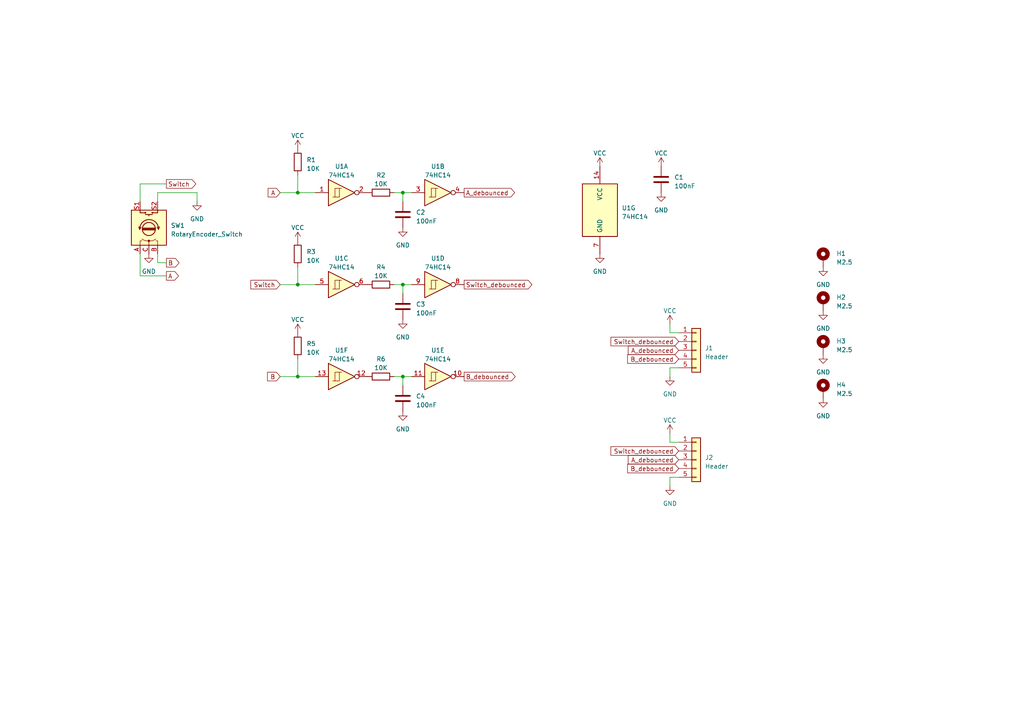
<source format=kicad_sch>
(kicad_sch (version 20210406) (generator eeschema)
  (paper "A4")
  (lib_symbols
    (symbol "74xx:74HC14" (pin_names (offset 1.016))
      (property "Reference" "U" (at 0 1.27 0))
      (property "Value" "74HC14" (at 0 -1.27 0))
      (symbol "74HC14_1_0"
        (polyline (pts (xy -3.81 3.81) (xy -3.81 -3.81) (xy 3.81 0) (xy -3.81 3.81)) (stroke (width 0.254)) (fill (type background)))
        (pin input line (at -7.62 0 0) (length 3.81) (name "~") (number "1"))
        (pin output inverted (at 7.62 0 180) (length 3.81) (name "~") (number "2"))
      )
      (symbol "74HC14_1_1"
        (polyline (pts (xy -1.905 -1.27) (xy -1.905 1.27) (xy -0.635 1.27)))
        (polyline (pts (xy -2.54 -1.27) (xy -0.635 -1.27) (xy -0.635 1.27) (xy 0 1.27)))
      )
      (symbol "74HC14_2_0"
        (polyline (pts (xy -3.81 3.81) (xy -3.81 -3.81) (xy 3.81 0) (xy -3.81 3.81)) (stroke (width 0.254)) (fill (type background)))
        (pin input line (at -7.62 0 0) (length 3.81) (name "~") (number "3"))
        (pin output inverted (at 7.62 0 180) (length 3.81) (name "~") (number "4"))
      )
      (symbol "74HC14_2_1"
        (polyline (pts (xy -1.905 -1.27) (xy -1.905 1.27) (xy -0.635 1.27)))
        (polyline (pts (xy -2.54 -1.27) (xy -0.635 -1.27) (xy -0.635 1.27) (xy 0 1.27)))
      )
      (symbol "74HC14_3_0"
        (polyline (pts (xy -3.81 3.81) (xy -3.81 -3.81) (xy 3.81 0) (xy -3.81 3.81)) (stroke (width 0.254)) (fill (type background)))
        (pin input line (at -7.62 0 0) (length 3.81) (name "~") (number "5"))
        (pin output inverted (at 7.62 0 180) (length 3.81) (name "~") (number "6"))
      )
      (symbol "74HC14_3_1"
        (polyline (pts (xy -1.905 -1.27) (xy -1.905 1.27) (xy -0.635 1.27)))
        (polyline (pts (xy -2.54 -1.27) (xy -0.635 -1.27) (xy -0.635 1.27) (xy 0 1.27)))
      )
      (symbol "74HC14_4_0"
        (polyline (pts (xy -3.81 3.81) (xy -3.81 -3.81) (xy 3.81 0) (xy -3.81 3.81)) (stroke (width 0.254)) (fill (type background)))
        (pin output inverted (at 7.62 0 180) (length 3.81) (name "~") (number "8"))
        (pin input line (at -7.62 0 0) (length 3.81) (name "~") (number "9"))
      )
      (symbol "74HC14_4_1"
        (polyline (pts (xy -1.905 -1.27) (xy -1.905 1.27) (xy -0.635 1.27)))
        (polyline (pts (xy -2.54 -1.27) (xy -0.635 -1.27) (xy -0.635 1.27) (xy 0 1.27)))
      )
      (symbol "74HC14_5_0"
        (polyline (pts (xy -3.81 3.81) (xy -3.81 -3.81) (xy 3.81 0) (xy -3.81 3.81)) (stroke (width 0.254)) (fill (type background)))
        (pin output inverted (at 7.62 0 180) (length 3.81) (name "~") (number "10"))
        (pin input line (at -7.62 0 0) (length 3.81) (name "~") (number "11"))
      )
      (symbol "74HC14_5_1"
        (polyline (pts (xy -1.905 -1.27) (xy -1.905 1.27) (xy -0.635 1.27)))
        (polyline (pts (xy -2.54 -1.27) (xy -0.635 -1.27) (xy -0.635 1.27) (xy 0 1.27)))
      )
      (symbol "74HC14_6_0"
        (polyline (pts (xy -3.81 3.81) (xy -3.81 -3.81) (xy 3.81 0) (xy -3.81 3.81)) (stroke (width 0.254)) (fill (type background)))
        (pin output inverted (at 7.62 0 180) (length 3.81) (name "~") (number "12"))
        (pin input line (at -7.62 0 0) (length 3.81) (name "~") (number "13"))
      )
      (symbol "74HC14_6_1"
        (polyline (pts (xy -1.905 -1.27) (xy -1.905 1.27) (xy -0.635 1.27)))
        (polyline (pts (xy -2.54 -1.27) (xy -0.635 -1.27) (xy -0.635 1.27) (xy 0 1.27)))
      )
      (symbol "74HC14_7_0"
        (pin power_in line (at 0 12.7 270) (length 5.08) (name "VCC") (number "14"))
        (pin power_in line (at 0 -12.7 90) (length 5.08) (name "GND") (number "7"))
      )
      (symbol "74HC14_7_1"
        (rectangle (start -5.08 7.62) (end 5.08 -7.62) (stroke (width 0.254)) (fill (type background)))
      )
    )
    (symbol "Connector_Generic:Conn_01x05" (pin_names (offset 1.016) hide)
      (property "Reference" "J" (at 0 7.62 0))
      (property "Value" "Conn_01x05" (at 0 -7.62 0))
      (symbol "Conn_01x05_1_1"
        (rectangle (start -1.27 -4.953) (end 0 -5.207) (stroke (width 0.1524)))
        (rectangle (start -1.27 -2.413) (end 0 -2.667) (stroke (width 0.1524)))
        (rectangle (start -1.27 0.127) (end 0 -0.127) (stroke (width 0.1524)))
        (rectangle (start -1.27 2.667) (end 0 2.413) (stroke (width 0.1524)))
        (rectangle (start -1.27 5.207) (end 0 4.953) (stroke (width 0.1524)))
        (rectangle (start -1.27 6.35) (end 1.27 -6.35) (stroke (width 0.254)) (fill (type background)))
        (pin passive line (at -5.08 5.08 0) (length 3.81) (name "Pin_1") (number "1"))
        (pin passive line (at -5.08 2.54 0) (length 3.81) (name "Pin_2") (number "2"))
        (pin passive line (at -5.08 0 0) (length 3.81) (name "Pin_3") (number "3"))
        (pin passive line (at -5.08 -2.54 0) (length 3.81) (name "Pin_4") (number "4"))
        (pin passive line (at -5.08 -5.08 0) (length 3.81) (name "Pin_5") (number "5"))
      )
    )
    (symbol "Device:C" (pin_numbers hide) (pin_names (offset 0.254))
      (property "Reference" "C" (at 0.635 2.54 0))
      (property "Value" "C" (at 0.635 -2.54 0))
      (symbol "C_0_1"
        (polyline (pts (xy -2.032 -0.762) (xy 2.032 -0.762)) (stroke (width 0.508)))
        (polyline (pts (xy -2.032 0.762) (xy 2.032 0.762)) (stroke (width 0.508)))
      )
      (symbol "C_1_1"
        (pin passive line (at 0 3.81 270) (length 2.794) (name "~") (number "1"))
        (pin passive line (at 0 -3.81 90) (length 2.794) (name "~") (number "2"))
      )
    )
    (symbol "Device:R" (pin_numbers hide) (pin_names (offset 0))
      (property "Reference" "R" (at 2.032 0 90))
      (property "Value" "R" (at 0 0 90))
      (symbol "R_0_1"
        (rectangle (start -1.016 -2.54) (end 1.016 2.54) (stroke (width 0.254)))
      )
      (symbol "R_1_1"
        (pin passive line (at 0 3.81 270) (length 1.27) (name "~") (number "1"))
        (pin passive line (at 0 -3.81 90) (length 1.27) (name "~") (number "2"))
      )
    )
    (symbol "Device:RotaryEncoder_Switch" (pin_names (offset 0.254) hide)
      (property "Reference" "SW" (at 0 6.604 0))
      (property "Value" "RotaryEncoder_Switch" (at 0 -6.604 0))
      (symbol "RotaryEncoder_Switch_0_1"
        (arc (start -0.381 -2.794) (end -0.381 2.667) (radius (at -0.381 -0.0508) (length 2.7432) (angles -89.9 89.9)) (stroke (width 0.254)))
        (circle (center -0.381 0) (radius 1.905) (stroke (width 0.254)))
        (circle (center 4.318 -1.016) (radius 0.127) (stroke (width 0.254)))
        (circle (center 4.318 1.016) (radius 0.127) (stroke (width 0.254)))
        (circle (center -3.81 0) (radius 0.254) (fill (type outline)))
        (rectangle (start -5.08 5.08) (end 5.08 -5.08) (stroke (width 0.254)) (fill (type background)))
        (polyline (pts (xy -0.635 -1.778) (xy -0.635 1.778)) (stroke (width 0.254)))
        (polyline (pts (xy -0.381 -1.778) (xy -0.381 1.778)) (stroke (width 0.254)))
        (polyline (pts (xy -0.127 1.778) (xy -0.127 -1.778)) (stroke (width 0.254)))
        (polyline (pts (xy 3.81 0) (xy 3.429 0)) (stroke (width 0.254)))
        (polyline (pts (xy 3.81 1.016) (xy 3.81 -1.016)) (stroke (width 0.254)))
        (polyline (pts (xy -5.08 -2.54) (xy -3.81 -2.54) (xy -3.81 -2.032)))
        (polyline (pts (xy -5.08 2.54) (xy -3.81 2.54) (xy -3.81 2.032)))
        (polyline (pts (xy 0.254 -3.048) (xy -0.508 -2.794) (xy 0.127 -2.413)) (stroke (width 0.254)))
        (polyline (pts (xy 0.254 2.921) (xy -0.508 2.667) (xy 0.127 2.286)) (stroke (width 0.254)))
        (polyline (pts (xy 5.08 -2.54) (xy 4.318 -2.54) (xy 4.318 -1.016)) (stroke (width 0.254)))
        (polyline (pts (xy 5.08 2.54) (xy 4.318 2.54) (xy 4.318 1.016)) (stroke (width 0.254)))
        (polyline (pts (xy -5.08 0) (xy -3.81 0) (xy -3.81 -1.016) (xy -3.302 -2.032)))
        (polyline (pts (xy -4.318 0) (xy -3.81 0) (xy -3.81 1.016) (xy -3.302 2.032)))
      )
      (symbol "RotaryEncoder_Switch_1_1"
        (pin passive line (at -7.62 2.54 0) (length 2.54) (name "A") (number "A"))
        (pin passive line (at -7.62 -2.54 0) (length 2.54) (name "B") (number "B"))
        (pin passive line (at -7.62 0 0) (length 2.54) (name "C") (number "C"))
        (pin passive line (at 7.62 2.54 180) (length 2.54) (name "S1") (number "S1"))
        (pin passive line (at 7.62 -2.54 180) (length 2.54) (name "S2") (number "S2"))
      )
    )
    (symbol "Mechanical:MountingHole_Pad" (pin_numbers hide) (pin_names (offset 1.016) hide)
      (property "Reference" "H" (at 0 6.35 0))
      (property "Value" "MountingHole_Pad" (at 0 4.445 0))
      (symbol "MountingHole_Pad_0_1"
        (circle (center 0 1.27) (radius 1.27) (stroke (width 1.27)))
      )
      (symbol "MountingHole_Pad_1_1"
        (pin input line (at 0 -2.54 90) (length 2.54) (name "1") (number "1"))
      )
    )
    (symbol "power:GND" (power) (pin_names (offset 0))
      (property "Value" "GND" (at 0 -3.81 0))
      (symbol "GND_0_1"
        (polyline (pts (xy 0 0) (xy 0 -1.27) (xy 1.27 -1.27) (xy 0 -2.54) (xy -1.27 -1.27) (xy 0 -1.27)))
      )
      (symbol "GND_1_1"
        (pin power_in line (at 0 0 270) (length 0) hide (name "GND") (number "1"))
      )
    )
    (symbol "power:VCC" (power) (pin_names (offset 0))
      (property "Value" "VCC" (at 0 3.81 0))
      (symbol "VCC_0_1"
        (polyline (pts (xy -0.762 1.27) (xy 0 2.54)))
        (polyline (pts (xy 0 0) (xy 0 2.54)))
        (polyline (pts (xy 0 2.54) (xy 0.762 1.27)))
      )
      (symbol "VCC_1_1"
        (pin power_in line (at 0 0 90) (length 0) hide (name "VCC") (number "1"))
      )
    )
  )
  (junction (at 86.36 55.88) (diameter 0.9144))
  (junction (at 86.36 82.55) (diameter 0.9144))
  (junction (at 86.36 109.22) (diameter 0.9144))
  (junction (at 116.84 55.88) (diameter 0.9144))
  (junction (at 116.84 82.55) (diameter 0.9144))
  (junction (at 116.84 109.22) (diameter 0.9144))
  (wire (pts (xy 40.64 53.34) (xy 40.64 58.42)))
  (wire (pts (xy 40.64 53.34) (xy 48.26 53.34)))
  (wire (pts (xy 40.64 73.66) (xy 40.64 80.01)))
  (wire (pts (xy 40.64 80.01) (xy 48.26 80.01)))
  (wire (pts (xy 45.72 55.88) (xy 57.15 55.88)))
  (wire (pts (xy 45.72 58.42) (xy 45.72 55.88)))
  (wire (pts (xy 45.72 73.66) (xy 45.72 76.2)))
  (wire (pts (xy 48.26 76.2) (xy 45.72 76.2)))
  (wire (pts (xy 57.15 58.42) (xy 57.15 55.88)))
  (wire (pts (xy 81.28 55.88) (xy 86.36 55.88)))
  (wire (pts (xy 81.28 82.55) (xy 86.36 82.55)))
  (wire (pts (xy 81.28 109.22) (xy 86.36 109.22)))
  (wire (pts (xy 86.36 50.8) (xy 86.36 55.88)))
  (wire (pts (xy 86.36 55.88) (xy 91.44 55.88)))
  (wire (pts (xy 86.36 77.47) (xy 86.36 82.55)))
  (wire (pts (xy 86.36 82.55) (xy 91.44 82.55)))
  (wire (pts (xy 86.36 104.14) (xy 86.36 109.22)))
  (wire (pts (xy 86.36 109.22) (xy 91.44 109.22)))
  (wire (pts (xy 114.3 55.88) (xy 116.84 55.88)))
  (wire (pts (xy 114.3 82.55) (xy 116.84 82.55)))
  (wire (pts (xy 114.3 109.22) (xy 116.84 109.22)))
  (wire (pts (xy 116.84 55.88) (xy 116.84 58.42)))
  (wire (pts (xy 116.84 55.88) (xy 119.38 55.88)))
  (wire (pts (xy 116.84 82.55) (xy 116.84 85.09)))
  (wire (pts (xy 116.84 82.55) (xy 119.38 82.55)))
  (wire (pts (xy 116.84 109.22) (xy 116.84 111.76)))
  (wire (pts (xy 116.84 109.22) (xy 119.38 109.22)))
  (wire (pts (xy 194.31 96.52) (xy 194.31 93.98)))
  (wire (pts (xy 194.31 106.68) (xy 194.31 109.22)))
  (wire (pts (xy 194.31 128.27) (xy 194.31 125.73)))
  (wire (pts (xy 194.31 138.43) (xy 194.31 140.97)))
  (wire (pts (xy 196.85 96.52) (xy 194.31 96.52)))
  (wire (pts (xy 196.85 106.68) (xy 194.31 106.68)))
  (wire (pts (xy 196.85 128.27) (xy 194.31 128.27)))
  (wire (pts (xy 196.85 138.43) (xy 194.31 138.43)))
  (global_label "Switch" (shape output) (at 48.26 53.34 0) (property "Intersheet References" "${INTERSHEET_REFS}" (effects hide)))
  (global_label "B" (shape output) (at 48.26 76.2 0) (property "Intersheet References" "${INTERSHEET_REFS}" (effects hide)))
  (global_label "A" (shape output) (at 48.26 80.01 0) (property "Intersheet References" "${INTERSHEET_REFS}" (effects hide)))
  (global_label "A" (shape input) (at 81.28 55.88 180) (property "Intersheet References" "${INTERSHEET_REFS}" (effects hide)))
  (global_label "Switch" (shape input) (at 81.28 82.55 180) (property "Intersheet References" "${INTERSHEET_REFS}" (effects hide)))
  (global_label "B" (shape input) (at 81.28 109.22 180) (property "Intersheet References" "${INTERSHEET_REFS}" (effects hide)))
  (global_label "A_debounced" (shape output) (at 134.62 55.88 0) (property "Intersheet References" "${INTERSHEET_REFS}" (effects hide)))
  (global_label "Switch_debounced" (shape output) (at 134.62 82.55 0) (property "Intersheet References" "${INTERSHEET_REFS}" (effects hide)))
  (global_label "B_debounced" (shape output) (at 134.62 109.22 0) (property "Intersheet References" "${INTERSHEET_REFS}" (effects hide)))
  (global_label "Switch_debounced" (shape input) (at 196.85 99.06 180) (property "Intersheet References" "${INTERSHEET_REFS}" (effects hide)))
  (global_label "A_debounced" (shape input) (at 196.85 101.6 180) (property "Intersheet References" "${INTERSHEET_REFS}" (effects hide)))
  (global_label "B_debounced" (shape input) (at 196.85 104.14 180) (property "Intersheet References" "${INTERSHEET_REFS}" (effects hide)))
  (global_label "Switch_debounced" (shape input) (at 196.85 130.81 180) (property "Intersheet References" "${INTERSHEET_REFS}" (effects hide)))
  (global_label "A_debounced" (shape input) (at 196.85 133.35 180) (property "Intersheet References" "${INTERSHEET_REFS}" (effects hide)))
  (global_label "B_debounced" (shape input) (at 196.85 135.89 180) (property "Intersheet References" "${INTERSHEET_REFS}" (effects hide)))
  (symbol (lib_id "power:VCC") (at 86.36 43.18 0) (unit 1)
    (property "Reference" "#PWR01" (effects hide))
    (property "Value" "VCC" (at 86.36 39.37 0))
  )
  (symbol (lib_id "power:VCC") (at 86.36 69.85 0) (unit 1)
    (property "Reference" "#PWR07" (effects hide))
    (property "Value" "VCC" (at 86.36 66.04 0))
  )
  (symbol (lib_id "power:VCC") (at 86.36 96.52 0) (unit 1)
    (property "Reference" "#PWR014" (effects hide))
    (property "Value" "VCC" (at 86.36 92.71 0))
  )
  (symbol (lib_id "power:VCC") (at 173.99 48.26 0) (unit 1)
    (property "Reference" "#PWR02" (effects hide))
    (property "Value" "VCC" (at 173.99 44.45 0))
  )
  (symbol (lib_id "power:VCC") (at 191.77 48.26 0) (unit 1)
    (property "Reference" "#PWR03" (effects hide))
    (property "Value" "VCC" (at 191.77 44.45 0))
  )
  (symbol (lib_id "power:VCC") (at 194.31 93.98 0) (mirror y) (unit 1)
    (property "Reference" "#PWR013" (effects hide))
    (property "Value" "VCC" (at 194.31 90.17 0))
  )
  (symbol (lib_id "power:VCC") (at 194.31 125.73 0) (mirror y) (unit 1)
    (property "Reference" "#PWR019" (effects hide))
    (property "Value" "VCC" (at 194.31 121.92 0))
  )
  (symbol (lib_id "power:GND") (at 43.18 73.66 0) (unit 1)
    (property "Reference" "#PWR08" (effects hide))
    (property "Value" "GND" (at 43.18 78.74 0))
  )
  (symbol (lib_id "power:GND") (at 57.15 58.42 0) (unit 1)
    (property "Reference" "#PWR05" (effects hide))
    (property "Value" "GND" (at 57.15 63.5 0))
  )
  (symbol (lib_id "power:GND") (at 116.84 66.04 0) (unit 1)
    (property "Reference" "#PWR06" (effects hide))
    (property "Value" "GND" (at 116.84 71.12 0))
  )
  (symbol (lib_id "power:GND") (at 116.84 92.71 0) (unit 1)
    (property "Reference" "#PWR012" (effects hide))
    (property "Value" "GND" (at 116.84 97.79 0))
  )
  (symbol (lib_id "power:GND") (at 116.84 119.38 0) (unit 1)
    (property "Reference" "#PWR018" (effects hide))
    (property "Value" "GND" (at 116.84 124.46 0))
  )
  (symbol (lib_id "power:GND") (at 173.99 73.66 0) (unit 1)
    (property "Reference" "#PWR09" (effects hide))
    (property "Value" "GND" (at 173.99 78.74 0))
  )
  (symbol (lib_id "power:GND") (at 191.77 55.88 0) (unit 1)
    (property "Reference" "#PWR04" (effects hide))
    (property "Value" "GND" (at 191.77 60.96 0))
  )
  (symbol (lib_id "power:GND") (at 194.31 109.22 0) (mirror y) (unit 1)
    (property "Reference" "#PWR016" (effects hide))
    (property "Value" "GND" (at 194.31 114.3 0))
  )
  (symbol (lib_id "power:GND") (at 194.31 140.97 0) (mirror y) (unit 1)
    (property "Reference" "#PWR020" (effects hide))
    (property "Value" "GND" (at 194.31 146.05 0))
  )
  (symbol (lib_id "power:GND") (at 238.76 77.47 0) (mirror y) (unit 1)
    (property "Reference" "#PWR010" (effects hide))
    (property "Value" "GND" (at 238.76 82.55 0))
  )
  (symbol (lib_id "power:GND") (at 238.76 90.17 0) (mirror y) (unit 1)
    (property "Reference" "#PWR011" (effects hide))
    (property "Value" "GND" (at 238.76 95.25 0))
  )
  (symbol (lib_id "power:GND") (at 238.76 102.87 0) (mirror y) (unit 1)
    (property "Reference" "#PWR015" (effects hide))
    (property "Value" "GND" (at 238.76 107.95 0))
  )
  (symbol (lib_id "power:GND") (at 238.76 115.57 0) (mirror y) (unit 1)
    (property "Reference" "#PWR017" (effects hide))
    (property "Value" "GND" (at 238.76 120.65 0))
  )
  (symbol (lib_id "Device:R") (at 86.36 46.99 0) (unit 1)
    (property "Reference" "R1" (at 88.9 46.3549 0) (effects (justify left)))
    (property "Value" "10K" (at 88.9 48.8949 0) (effects (justify left)))
    (property "Footprint" "Resistor_SMD:R_0603_1608Metric_Pad0.98x0.95mm_HandSolder" (effects hide))
  )
  (symbol (lib_id "Device:R") (at 86.36 73.66 0) (unit 1)
    (property "Reference" "R3" (at 88.9 73.0249 0) (effects (justify left)))
    (property "Value" "10K" (at 88.9 75.5649 0) (effects (justify left)))
    (property "Footprint" "Resistor_SMD:R_0603_1608Metric_Pad0.98x0.95mm_HandSolder" (effects hide))
  )
  (symbol (lib_id "Device:R") (at 86.36 100.33 0) (unit 1)
    (property "Reference" "R5" (at 88.9 99.6949 0) (effects (justify left)))
    (property "Value" "10K" (at 88.9 102.2349 0) (effects (justify left)))
    (property "Footprint" "Resistor_SMD:R_0603_1608Metric_Pad0.98x0.95mm_HandSolder" (effects hide))
  )
  (symbol (lib_id "Device:R") (at 110.49 55.88 90) (unit 1)
    (property "Reference" "R2" (at 110.49 50.8 90))
    (property "Value" "10K" (at 110.49 53.34 90))
    (property "Footprint" "Resistor_SMD:R_0603_1608Metric_Pad0.98x0.95mm_HandSolder" (effects hide))
  )
  (symbol (lib_id "Device:R") (at 110.49 82.55 90) (unit 1)
    (property "Reference" "R4" (at 110.49 77.47 90))
    (property "Value" "10K" (at 110.49 80.01 90))
    (property "Footprint" "Resistor_SMD:R_0603_1608Metric_Pad0.98x0.95mm_HandSolder" (effects hide))
  )
  (symbol (lib_id "Device:R") (at 110.49 109.22 90) (unit 1)
    (property "Reference" "R6" (at 110.49 104.14 90))
    (property "Value" "10K" (at 110.49 106.68 90))
    (property "Footprint" "Resistor_SMD:R_0603_1608Metric_Pad0.98x0.95mm_HandSolder" (effects hide))
  )
  (symbol (lib_id "Mechanical:MountingHole_Pad") (at 238.76 74.93 0) (unit 1)
    (property "Reference" "H1" (at 242.57 73.5329 0) (effects (justify left)))
    (property "Value" "M2.5" (at 242.57 76.0729 0) (effects (justify left)))
    (property "Footprint" "MountingHole:MountingHole_2.7mm_M2.5_ISO7380_Pad_TopBottom" (effects hide))
  )
  (symbol (lib_id "Mechanical:MountingHole_Pad") (at 238.76 87.63 0) (unit 1)
    (property "Reference" "H2" (at 242.57 86.2329 0) (effects (justify left)))
    (property "Value" "M2.5" (at 242.57 88.7729 0) (effects (justify left)))
    (property "Footprint" "MountingHole:MountingHole_2.7mm_M2.5_ISO7380_Pad_TopBottom" (effects hide))
  )
  (symbol (lib_id "Mechanical:MountingHole_Pad") (at 238.76 100.33 0) (unit 1)
    (property "Reference" "H3" (at 242.57 98.9329 0) (effects (justify left)))
    (property "Value" "M2.5" (at 242.57 101.4729 0) (effects (justify left)))
    (property "Footprint" "MountingHole:MountingHole_2.7mm_M2.5_ISO7380_Pad_TopBottom" (effects hide))
  )
  (symbol (lib_id "Mechanical:MountingHole_Pad") (at 238.76 113.03 0) (unit 1)
    (property "Reference" "H4" (at 242.57 111.6329 0) (effects (justify left)))
    (property "Value" "M2.5" (at 242.57 114.1729 0) (effects (justify left)))
    (property "Footprint" "MountingHole:MountingHole_2.7mm_M2.5_ISO7380_Pad_TopBottom" (effects hide))
  )
  (symbol (lib_id "Device:C") (at 116.84 62.23 0) (unit 1)
    (property "Reference" "C2" (at 120.65 61.5949 0) (effects (justify left)))
    (property "Value" "100nF" (at 120.65 64.1349 0) (effects (justify left)))
    (property "Footprint" "Capacitor_SMD:C_0603_1608Metric_Pad1.08x0.95mm_HandSolder" (effects hide))
  )
  (symbol (lib_id "Device:C") (at 116.84 88.9 0) (unit 1)
    (property "Reference" "C3" (at 120.65 88.2649 0) (effects (justify left)))
    (property "Value" "100nF" (at 120.65 90.8049 0) (effects (justify left)))
    (property "Footprint" "Capacitor_SMD:C_0603_1608Metric_Pad1.08x0.95mm_HandSolder" (effects hide))
  )
  (symbol (lib_id "Device:C") (at 116.84 115.57 0) (unit 1)
    (property "Reference" "C4" (at 120.65 114.9349 0) (effects (justify left)))
    (property "Value" "100nF" (at 120.65 117.4749 0) (effects (justify left)))
    (property "Footprint" "Capacitor_SMD:C_0603_1608Metric_Pad1.08x0.95mm_HandSolder" (effects hide))
  )
  (symbol (lib_id "Device:C") (at 191.77 52.07 0) (unit 1)
    (property "Reference" "C1" (at 195.58 51.4349 0) (effects (justify left)))
    (property "Value" "100nF" (at 195.58 53.9749 0) (effects (justify left)))
    (property "Footprint" "Capacitor_SMD:C_0603_1608Metric_Pad1.08x0.95mm_HandSolder" (effects hide))
  )
  (symbol (lib_id "Connector_Generic:Conn_01x05") (at 201.93 101.6 0) (unit 1)
    (property "Reference" "J1" (at 204.47 100.9649 0) (effects (justify left)))
    (property "Value" "Header" (at 204.47 103.5049 0) (effects (justify left)))
    (property "Footprint" "Connector_PinHeader_2.54mm:PinHeader_1x05_P2.54mm_Vertical" (effects hide))
  )
  (symbol (lib_id "Connector_Generic:Conn_01x05") (at 201.93 133.35 0) (unit 1)
    (property "Reference" "J2" (at 204.47 132.7149 0) (effects (justify left)))
    (property "Value" "Header" (at 204.47 135.2549 0) (effects (justify left)))
    (property "Footprint" "Connector_PinHeader_2.54mm:PinHeader_1x05_P2.54mm_Vertical" (effects hide))
  )
  (symbol (lib_id "74xx:74HC14") (at 99.06 55.88 0) (unit 1)
    (property "Reference" "U1" (at 99.06 48.26 0))
    (property "Value" "74HC14" (at 99.06 50.8 0))
    (property "Footprint" "Package_SO:SOIC-14_3.9x8.7mm_P1.27mm" (effects hide))
    (property "Datasheet" "http://www.ti.com/lit/gpn/sn74HC14" (effects hide))
  )
  (symbol (lib_id "74xx:74HC14") (at 99.06 82.55 0) (unit 3)
    (property "Reference" "U1" (at 99.06 74.93 0))
    (property "Value" "74HC14" (at 99.06 77.47 0))
    (property "Footprint" "Package_SO:SOIC-14_3.9x8.7mm_P1.27mm" (effects hide))
    (property "Datasheet" "http://www.ti.com/lit/gpn/sn74HC14" (effects hide))
  )
  (symbol (lib_id "74xx:74HC14") (at 99.06 109.22 0) (unit 6)
    (property "Reference" "U1" (at 99.06 101.6 0))
    (property "Value" "74HC14" (at 99.06 104.14 0))
    (property "Footprint" "Package_SO:SOIC-14_3.9x8.7mm_P1.27mm" (effects hide))
    (property "Datasheet" "http://www.ti.com/lit/gpn/sn74HC14" (effects hide))
  )
  (symbol (lib_id "74xx:74HC14") (at 127 55.88 0) (unit 2)
    (property "Reference" "U1" (at 127 48.26 0))
    (property "Value" "74HC14" (at 127 50.8 0))
    (property "Footprint" "Package_SO:SOIC-14_3.9x8.7mm_P1.27mm" (effects hide))
    (property "Datasheet" "http://www.ti.com/lit/gpn/sn74HC14" (effects hide))
  )
  (symbol (lib_id "74xx:74HC14") (at 127 82.55 0) (unit 4)
    (property "Reference" "U1" (at 127 74.93 0))
    (property "Value" "74HC14" (at 127 77.47 0))
    (property "Footprint" "Package_SO:SOIC-14_3.9x8.7mm_P1.27mm" (effects hide))
    (property "Datasheet" "http://www.ti.com/lit/gpn/sn74HC14" (effects hide))
  )
  (symbol (lib_id "74xx:74HC14") (at 127 109.22 0) (unit 5)
    (property "Reference" "U1" (at 127 101.6 0))
    (property "Value" "74HC14" (at 127 104.14 0))
    (property "Footprint" "Package_SO:SOIC-14_3.9x8.7mm_P1.27mm" (effects hide))
    (property "Datasheet" "http://www.ti.com/lit/gpn/sn74HC14" (effects hide))
  )
  (symbol (lib_id "Device:RotaryEncoder_Switch") (at 43.18 66.04 90) (unit 1)
    (property "Reference" "SW1" (at 49.53 65.4049 90) (effects (justify right)))
    (property "Value" "RotaryEncoder_Switch" (at 49.53 67.9449 90) (effects (justify right)))
    (property "Footprint" "Rotary_Encoder:RotaryEncoder_Alps_EC11E-Switch_Vertical_H20mm" (effects hide))
  )
  (symbol (lib_id "74xx:74HC14") (at 173.99 60.96 0) (unit 7)
    (property "Reference" "U1" (at 180.34 60.3249 0) (effects (justify left)))
    (property "Value" "74HC14" (at 180.34 62.8649 0) (effects (justify left)))
    (property "Footprint" "Package_SO:SOIC-14_3.9x8.7mm_P1.27mm" (effects hide))
    (property "Datasheet" "http://www.ti.com/lit/gpn/sn74HC14" (effects hide))
  )
)
</source>
